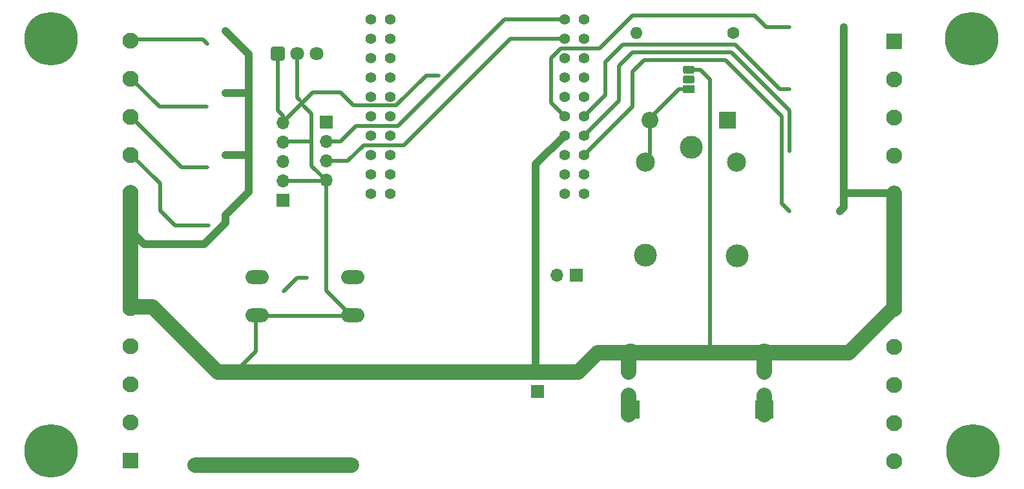
<source format=gbl>
G04 #@! TF.GenerationSoftware,KiCad,Pcbnew,7.0.2-6a45011f42~172~ubuntu22.04.1*
G04 #@! TF.CreationDate,2023-05-15T00:50:54+02:00*
G04 #@! TF.ProjectId,ESP32_mini_8Port_WLED,45535033-325f-46d6-996e-695f38506f72,rev?*
G04 #@! TF.SameCoordinates,Original*
G04 #@! TF.FileFunction,Copper,L2,Bot*
G04 #@! TF.FilePolarity,Positive*
%FSLAX46Y46*%
G04 Gerber Fmt 4.6, Leading zero omitted, Abs format (unit mm)*
G04 Created by KiCad (PCBNEW 7.0.2-6a45011f42~172~ubuntu22.04.1) date 2023-05-15 00:50:54*
%MOMM*%
%LPD*%
G01*
G04 APERTURE LIST*
G04 Aperture macros list*
%AMRoundRect*
0 Rectangle with rounded corners*
0 $1 Rounding radius*
0 $2 $3 $4 $5 $6 $7 $8 $9 X,Y pos of 4 corners*
0 Add a 4 corners polygon primitive as box body*
4,1,4,$2,$3,$4,$5,$6,$7,$8,$9,$2,$3,0*
0 Add four circle primitives for the rounded corners*
1,1,$1+$1,$2,$3*
1,1,$1+$1,$4,$5*
1,1,$1+$1,$6,$7*
1,1,$1+$1,$8,$9*
0 Add four rect primitives between the rounded corners*
20,1,$1+$1,$2,$3,$4,$5,0*
20,1,$1+$1,$4,$5,$6,$7,0*
20,1,$1+$1,$6,$7,$8,$9,0*
20,1,$1+$1,$8,$9,$2,$3,0*%
G04 Aperture macros list end*
G04 #@! TA.AperFunction,ComponentPad*
%ADD10R,1.600000X1.600000*%
G04 #@! TD*
G04 #@! TA.AperFunction,ComponentPad*
%ADD11C,1.600000*%
G04 #@! TD*
G04 #@! TA.AperFunction,ComponentPad*
%ADD12R,2.400000X2.400000*%
G04 #@! TD*
G04 #@! TA.AperFunction,ComponentPad*
%ADD13C,2.400000*%
G04 #@! TD*
G04 #@! TA.AperFunction,ComponentPad*
%ADD14R,1.500000X1.050000*%
G04 #@! TD*
G04 #@! TA.AperFunction,ComponentPad*
%ADD15RoundRect,0.262500X0.487500X-0.262500X0.487500X0.262500X-0.487500X0.262500X-0.487500X-0.262500X0*%
G04 #@! TD*
G04 #@! TA.AperFunction,ComponentPad*
%ADD16R,1.700000X1.700000*%
G04 #@! TD*
G04 #@! TA.AperFunction,ComponentPad*
%ADD17O,1.700000X1.700000*%
G04 #@! TD*
G04 #@! TA.AperFunction,ComponentPad*
%ADD18RoundRect,0.250200X-0.649800X-0.649800X0.649800X-0.649800X0.649800X0.649800X-0.649800X0.649800X0*%
G04 #@! TD*
G04 #@! TA.AperFunction,ComponentPad*
%ADD19C,1.800000*%
G04 #@! TD*
G04 #@! TA.AperFunction,ComponentPad*
%ADD20O,3.048000X1.850000*%
G04 #@! TD*
G04 #@! TA.AperFunction,ComponentPad*
%ADD21O,1.600000X1.600000*%
G04 #@! TD*
G04 #@! TA.AperFunction,ComponentPad*
%ADD22C,3.000000*%
G04 #@! TD*
G04 #@! TA.AperFunction,ComponentPad*
%ADD23C,2.500000*%
G04 #@! TD*
G04 #@! TA.AperFunction,ComponentPad*
%ADD24C,2.100000*%
G04 #@! TD*
G04 #@! TA.AperFunction,ComponentPad*
%ADD25R,2.100000X2.100000*%
G04 #@! TD*
G04 #@! TA.AperFunction,ComponentPad*
%ADD26R,2.200000X2.200000*%
G04 #@! TD*
G04 #@! TA.AperFunction,ComponentPad*
%ADD27O,2.200000X2.200000*%
G04 #@! TD*
G04 #@! TA.AperFunction,ComponentPad*
%ADD28C,1.400000*%
G04 #@! TD*
G04 #@! TA.AperFunction,ComponentPad*
%ADD29C,0.800000*%
G04 #@! TD*
G04 #@! TA.AperFunction,ComponentPad*
%ADD30C,7.000000*%
G04 #@! TD*
G04 #@! TA.AperFunction,ViaPad*
%ADD31C,0.500000*%
G04 #@! TD*
G04 #@! TA.AperFunction,ViaPad*
%ADD32C,1.000000*%
G04 #@! TD*
G04 #@! TA.AperFunction,ViaPad*
%ADD33C,2.000000*%
G04 #@! TD*
G04 #@! TA.AperFunction,Conductor*
%ADD34C,0.500000*%
G04 #@! TD*
G04 #@! TA.AperFunction,Conductor*
%ADD35C,0.250000*%
G04 #@! TD*
G04 #@! TA.AperFunction,Conductor*
%ADD36C,1.000000*%
G04 #@! TD*
G04 #@! TA.AperFunction,Conductor*
%ADD37C,2.000000*%
G04 #@! TD*
G04 APERTURE END LIST*
D10*
X155702000Y-128214000D03*
D11*
X155702000Y-124714000D03*
D10*
X173482000Y-128214000D03*
D11*
X173482000Y-124714000D03*
D12*
X155956000Y-129928000D03*
D13*
X155956000Y-122428000D03*
D12*
X173482000Y-129928000D03*
D13*
X173482000Y-122428000D03*
D14*
X163576000Y-87884000D03*
D15*
X163576000Y-86614000D03*
X163576000Y-85344000D03*
D16*
X143764000Y-127508000D03*
D17*
X143764000Y-124968000D03*
X110370000Y-92350000D03*
X110370000Y-94890000D03*
X110370000Y-97430000D03*
X110370000Y-99970000D03*
D16*
X110370000Y-102510000D03*
X116103000Y-92212000D03*
D17*
X116103000Y-94752000D03*
X116103000Y-97292000D03*
X116103000Y-99832000D03*
D16*
X148844000Y-112268000D03*
D17*
X146304000Y-112268000D03*
D18*
X109728000Y-83303000D03*
D19*
X112268000Y-83303000D03*
X114808000Y-83303000D03*
D20*
X119524000Y-117562000D03*
X107024000Y-117562000D03*
X119524000Y-112562000D03*
X107024000Y-112562000D03*
D21*
X156718000Y-80518000D03*
D11*
X169418000Y-80518000D03*
D22*
X163926000Y-95528000D03*
D23*
X157876000Y-97478000D03*
D22*
X157876000Y-109678000D03*
X169926000Y-109728000D03*
D23*
X169876000Y-97478000D03*
D24*
X90424000Y-81586000D03*
X90424000Y-86586000D03*
X90424000Y-91586000D03*
X90424000Y-96586000D03*
X90424000Y-101586000D03*
X90424000Y-106586000D03*
X90424000Y-111586000D03*
X90424000Y-116586000D03*
X90424000Y-121586000D03*
X90424000Y-126586000D03*
X90424000Y-131586000D03*
D25*
X90424000Y-136586000D03*
D24*
X190500000Y-136680000D03*
X190500000Y-131680000D03*
X190500000Y-126680000D03*
X190500000Y-121680000D03*
X190500000Y-116680000D03*
X190500000Y-111680000D03*
X190500000Y-106680000D03*
X190500000Y-101680000D03*
X190500000Y-96680000D03*
X190500000Y-91680000D03*
X190500000Y-86680000D03*
D25*
X190500000Y-81680000D03*
D26*
X168656000Y-91948000D03*
D27*
X158496000Y-91948000D03*
D28*
X124460000Y-78740000D03*
X121920000Y-78740000D03*
X121920000Y-81280000D03*
X124460000Y-81280000D03*
X121920000Y-83820000D03*
X124460000Y-83820000D03*
X121920000Y-86360000D03*
X124460000Y-86360000D03*
X121920000Y-88900000D03*
X124460000Y-88900000D03*
X121920000Y-91440000D03*
X124460000Y-91440000D03*
X121920000Y-93980000D03*
X124460000Y-93980000D03*
X121920000Y-96520000D03*
X124460000Y-96520000D03*
X121920000Y-99060000D03*
X124460000Y-99060000D03*
X121920000Y-101600000D03*
X124460000Y-101600000D03*
X147320000Y-78740000D03*
X149860000Y-78740000D03*
X147320000Y-81280000D03*
X149860000Y-81280000D03*
X147320000Y-83820000D03*
X149860000Y-83820000D03*
X147320000Y-86360000D03*
X149860000Y-86360000D03*
X147320000Y-88900000D03*
X149860000Y-88900000D03*
X147320000Y-91440000D03*
X149860000Y-91440000D03*
X147320000Y-93980000D03*
X149860000Y-93980000D03*
X147320000Y-96520000D03*
X149860000Y-96520000D03*
X147320000Y-99060000D03*
X149860000Y-99060000D03*
X147320000Y-101600000D03*
X149860000Y-101600000D03*
D29*
X198035000Y-81280000D03*
X198803845Y-79423845D03*
X198803845Y-83136155D03*
X200660000Y-78655000D03*
D30*
X200660000Y-81280000D03*
X200660000Y-81280000D03*
D29*
X200660000Y-83905000D03*
X202516155Y-79423845D03*
X202516155Y-83136155D03*
X203285000Y-81280000D03*
X77385000Y-135297000D03*
X78153845Y-133440845D03*
X78153845Y-137153155D03*
X80010000Y-132672000D03*
D30*
X80010000Y-135297000D03*
X80010000Y-135297000D03*
D29*
X80010000Y-137922000D03*
X81866155Y-133440845D03*
X81866155Y-137153155D03*
X82635000Y-135297000D03*
X77385000Y-81280000D03*
X78153845Y-79423845D03*
X78153845Y-83136155D03*
X80010000Y-78655000D03*
D30*
X80010000Y-81280000D03*
X80010000Y-81280000D03*
D29*
X80010000Y-83905000D03*
X81866155Y-79423845D03*
X81866155Y-83136155D03*
X82635000Y-81280000D03*
X198210845Y-135303845D03*
X198979690Y-133447690D03*
X198979690Y-137160000D03*
X200835845Y-132678845D03*
D30*
X200835845Y-135303845D03*
X200835845Y-135303845D03*
D29*
X200835845Y-137928845D03*
X202692000Y-133447690D03*
X202692000Y-137160000D03*
X203460845Y-135303845D03*
D31*
X110450000Y-114430000D03*
X113540000Y-112620000D03*
D32*
X183896000Y-87884000D03*
D31*
X176784000Y-87884000D03*
X113100000Y-90125000D03*
D33*
X119360000Y-137170000D03*
D32*
X183388000Y-103886000D03*
D31*
X100675000Y-105825000D03*
D32*
X102870000Y-96520000D03*
X102870000Y-104394000D03*
D31*
X176784000Y-79756000D03*
X100400000Y-90225000D03*
D32*
X102870000Y-80264000D03*
D31*
X176784000Y-103886000D03*
X130825000Y-86125000D03*
D33*
X98900000Y-137175000D03*
X104140000Y-124968000D03*
D31*
X112575000Y-89350000D03*
D32*
X183896000Y-79756000D03*
D31*
X100450000Y-98175000D03*
D32*
X183896000Y-95758000D03*
X102870000Y-88392000D03*
D31*
X100450000Y-81975000D03*
X176784000Y-96012000D03*
D34*
X113540000Y-112620000D02*
X112260000Y-112620000D01*
X112260000Y-112620000D02*
X110450000Y-114430000D01*
X110370000Y-99970000D02*
X115965000Y-99970000D01*
D35*
X115965000Y-99970000D02*
X116103000Y-99832000D01*
D34*
X109735000Y-90735000D02*
X110375000Y-91375000D01*
D35*
X110375000Y-91375000D02*
X110375000Y-92260000D01*
D34*
X109735000Y-83085000D02*
X109735000Y-90735000D01*
X114310000Y-88325000D02*
X110375000Y-92260000D01*
X145542000Y-89662000D02*
X147320000Y-91440000D01*
X162306000Y-87884000D02*
X158496000Y-91694000D01*
D36*
X183896000Y-103378000D02*
X183388000Y-103886000D01*
D37*
X90424000Y-101440000D02*
X90424000Y-106440000D01*
D36*
X183896000Y-101600000D02*
X183976000Y-101520000D01*
D37*
X119355000Y-137175000D02*
X119360000Y-137170000D01*
D34*
X175768000Y-91440000D02*
X175768000Y-102870000D01*
X97134000Y-98150000D02*
X100425000Y-98150000D01*
X96300000Y-105825000D02*
X94275000Y-103800000D01*
D37*
X173482000Y-128016000D02*
X173482000Y-130556000D01*
D34*
X118860000Y-97340000D02*
X120950000Y-95250000D01*
D37*
X190500000Y-116520000D02*
X190500000Y-101520000D01*
D34*
X119975000Y-92750000D02*
X125436000Y-92750000D01*
D37*
X93326000Y-116440000D02*
X101854000Y-124968000D01*
D34*
X154432000Y-84836000D02*
X156210000Y-83058000D01*
X106835000Y-122273000D02*
X104140000Y-124968000D01*
D36*
X92188000Y-108204000D02*
X90424000Y-106440000D01*
D34*
X154940000Y-82042000D02*
X152654000Y-84328000D01*
D35*
X158496000Y-96366000D02*
X157526000Y-97336000D01*
D34*
X156210000Y-78232000D02*
X151892000Y-82550000D01*
X166370000Y-86614000D02*
X166370000Y-121920000D01*
X163174000Y-85344000D02*
X165100000Y-85344000D01*
X119335000Y-117650000D02*
X106835000Y-117650000D01*
D37*
X173482000Y-122428000D02*
X173482000Y-124968000D01*
D34*
X175514000Y-87884000D02*
X169672000Y-82042000D01*
X120950000Y-95250000D02*
X126238000Y-95250000D01*
D37*
X90424000Y-106440000D02*
X90424000Y-116440000D01*
D34*
X130825000Y-86125000D02*
X129200000Y-86125000D01*
X112275000Y-89050000D02*
X112275000Y-83085000D01*
D36*
X105918000Y-83312000D02*
X105918000Y-101346000D01*
D34*
X168402000Y-84074000D02*
X175768000Y-91440000D01*
X126238000Y-95250000D02*
X140208000Y-81280000D01*
X117900000Y-88325000D02*
X114310000Y-88325000D01*
X94275000Y-103800000D02*
X94275000Y-100291000D01*
X114125000Y-91150000D02*
X114125000Y-97955000D01*
X116050000Y-97340000D02*
X118860000Y-97340000D01*
X140208000Y-81280000D02*
X147320000Y-81280000D01*
X110375000Y-94800000D02*
X114075000Y-94800000D01*
X100400000Y-90225000D02*
X94209000Y-90225000D01*
X176784000Y-87884000D02*
X175514000Y-87884000D01*
X156210000Y-83058000D02*
X169164000Y-83058000D01*
D36*
X102870000Y-96520000D02*
X105918000Y-96520000D01*
D34*
X163174000Y-87884000D02*
X162306000Y-87884000D01*
X173736000Y-79756000D02*
X172212000Y-78232000D01*
X149860000Y-93980000D02*
X154432000Y-89408000D01*
D37*
X166878000Y-122428000D02*
X184592000Y-122428000D01*
D34*
X145542000Y-83820000D02*
X145542000Y-89662000D01*
D36*
X100076000Y-108204000D02*
X92188000Y-108204000D01*
X183896000Y-79756000D02*
X183896000Y-103378000D01*
D34*
X156210000Y-90170000D02*
X156210000Y-85598000D01*
X152654000Y-88646000D02*
X149860000Y-91440000D01*
X94275000Y-100291000D02*
X90424000Y-96440000D01*
X116050000Y-114365000D02*
X119335000Y-117650000D01*
X156210000Y-85598000D02*
X157734000Y-84074000D01*
X112575000Y-89350000D02*
X112275000Y-89050000D01*
X116050000Y-99880000D02*
X116050000Y-114365000D01*
D37*
X93326000Y-116440000D02*
X90424000Y-116440000D01*
D34*
X139446000Y-78740000D02*
X147320000Y-78740000D01*
D37*
X143535000Y-124968000D02*
X149098000Y-124968000D01*
D34*
X100675000Y-105825000D02*
X96300000Y-105825000D01*
D37*
X98900000Y-137175000D02*
X119355000Y-137175000D01*
D34*
X90424000Y-91440000D02*
X97134000Y-98150000D01*
X176784000Y-90678000D02*
X176784000Y-96012000D01*
X157734000Y-84074000D02*
X168402000Y-84074000D01*
D35*
X100425000Y-98150000D02*
X100450000Y-98175000D01*
D34*
X125436000Y-92750000D02*
X139446000Y-78740000D01*
D36*
X102870000Y-88392000D02*
X105918000Y-88392000D01*
D37*
X143535000Y-124968000D02*
X104140000Y-124968000D01*
D36*
X102870000Y-80264000D02*
X105918000Y-83312000D01*
D34*
X113100000Y-90125000D02*
X114125000Y-91150000D01*
X146812000Y-82550000D02*
X145542000Y-83820000D01*
X129200000Y-86125000D02*
X125250000Y-90075000D01*
X158496000Y-91694000D02*
X158496000Y-96366000D01*
X151892000Y-82550000D02*
X146812000Y-82550000D01*
D36*
X102870000Y-104394000D02*
X102870000Y-105410000D01*
D37*
X151638000Y-122428000D02*
X166878000Y-122428000D01*
D34*
X169672000Y-82042000D02*
X154940000Y-82042000D01*
X99915000Y-81440000D02*
X90424000Y-81440000D01*
X125250000Y-90075000D02*
X119650000Y-90075000D01*
D36*
X147320000Y-93980000D02*
X143535000Y-97765000D01*
D34*
X100450000Y-81975000D02*
X99915000Y-81440000D01*
X176784000Y-79756000D02*
X173736000Y-79756000D01*
X152654000Y-84328000D02*
X152654000Y-88646000D01*
D36*
X102870000Y-105410000D02*
X100076000Y-108204000D01*
D34*
X106835000Y-117650000D02*
X106835000Y-122273000D01*
X172212000Y-78232000D02*
X156210000Y-78232000D01*
D36*
X105918000Y-101346000D02*
X102870000Y-104394000D01*
D34*
X175768000Y-102870000D02*
X176784000Y-103886000D01*
D36*
X143535000Y-97765000D02*
X143535000Y-124968000D01*
D34*
X117925000Y-94800000D02*
X119975000Y-92750000D01*
D37*
X155702000Y-128016000D02*
X155702000Y-130556000D01*
D34*
X114125000Y-97955000D02*
X116050000Y-99880000D01*
D37*
X155702000Y-122428000D02*
X155702000Y-124968000D01*
D34*
X119650000Y-90075000D02*
X117900000Y-88325000D01*
X116050000Y-94800000D02*
X117925000Y-94800000D01*
D37*
X104140000Y-124968000D02*
X101854000Y-124968000D01*
D34*
X149860000Y-96520000D02*
X156210000Y-90170000D01*
X94209000Y-90225000D02*
X90424000Y-86440000D01*
D37*
X149098000Y-124968000D02*
X151638000Y-122428000D01*
D35*
X166370000Y-121920000D02*
X166878000Y-122428000D01*
D34*
X154432000Y-89408000D02*
X154432000Y-84836000D01*
D35*
X114075000Y-94800000D02*
X114125000Y-94850000D01*
D34*
X169164000Y-83058000D02*
X176784000Y-90678000D01*
D36*
X183976000Y-101520000D02*
X190500000Y-101520000D01*
D34*
X165100000Y-85344000D02*
X166370000Y-86614000D01*
D37*
X184592000Y-122428000D02*
X190500000Y-116520000D01*
M02*

</source>
